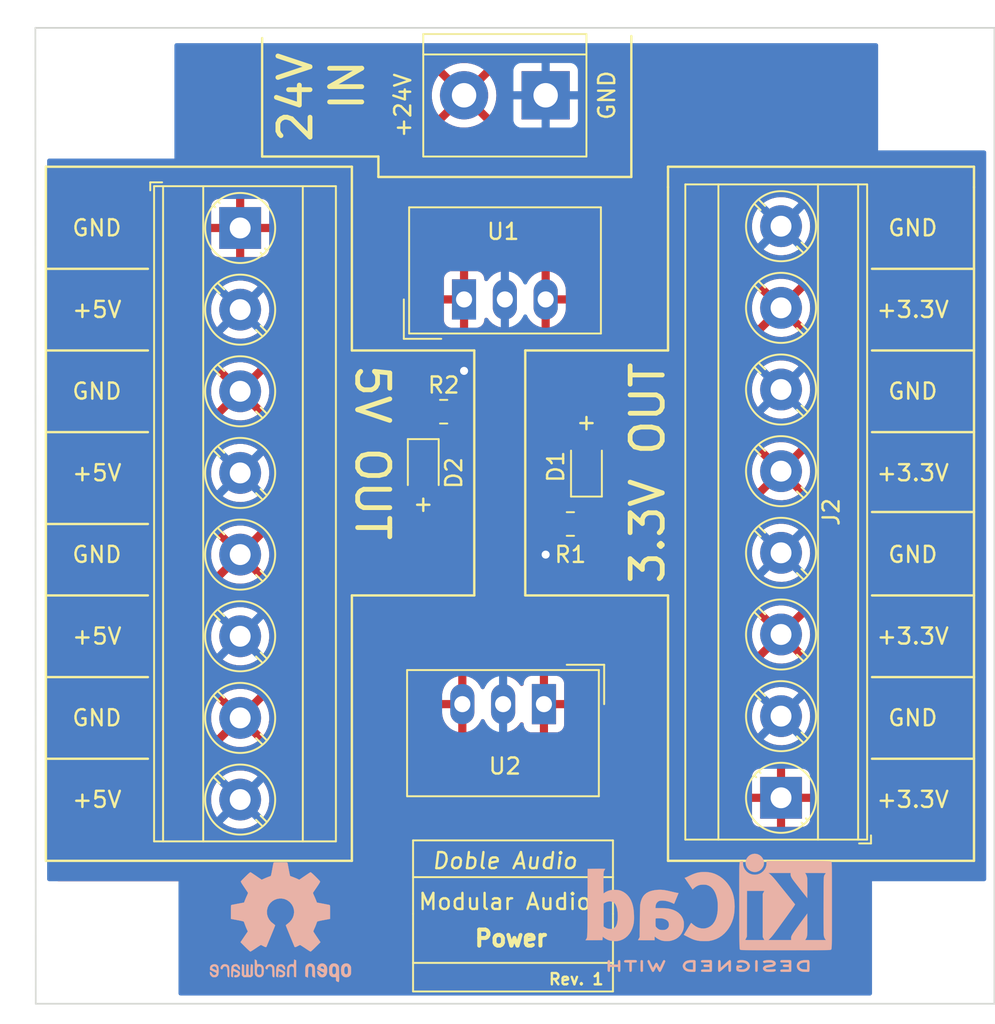
<source format=kicad_pcb>
(kicad_pcb (version 20211014) (generator pcbnew)
  (layers (0 "F.Cu" signal) (31 "B.Cu" signal) (34 "B.Paste" user) (35 "F.Paste" user) (36 "B.SilkS" user "B.Silkscreen") (37 "F.SilkS" user "F.Silkscreen") (38 "B.Mask" user) (39 "F.Mask" user) (44 "Edge.Cuts" user))
  (net 0 "")
  (net 1 "Net-(D1-Pad1)")
  (net 2 "3.3V")
  (net 3 "Net-(D2-Pad1)")
  (net 4 "+5V")
  (net 5 "GND")
  (net 6 "+24V")
  (footprint "MountingHole:MountingHole_3.2mm_M3_DIN965" (layer "F.Cu") (at 38 89)
    (fp_text reference "REF**" hide)
    (fp_text value "MountingHole_3.2mm_M3_DIN965" hide)
    (pad "" np_thru_hole circle (at 0 0) (size 3.2 3.2) (drill 3.2) (layers *.Cu *.Mask))
  )
  (footprint "Resistor_SMD:R_0805_2012Metric_Pad1.20x1.40mm_HandSolder" (layer "F.Cu") (at 66.31 62.865 180)
    (fp_text reference "R1" (at 0 -1.905 180) (layer "F.SilkS"))
    (fp_text value "1K")
    (pad "1" smd roundrect (at -1 0 180) (size 1.2 1.4) (layers "F.Cu" "F.Paste" "F.Mask") (roundrect_rratio 0.208333) (net 1 "Net-(D1-Pad1)"))
    (pad "2" smd roundrect (at 1 0 180) (size 1.2 1.4) (layers "F.Cu" "F.Paste" "F.Mask") (roundrect_rratio 0.208333) (net 5 "GND"))
  )
  (footprint "Converter_DCDC:Converter_DCDC_TRACO_TSR-1_THT" (layer "F.Cu") (at 64.6625 74.0725 180)
    (fp_text reference "U2" (at 2.4325 -3.8608) (layer "F.SilkS"))
    (fp_text value "TSR_1-2450")
    (pad "1" thru_hole rect (at 0 0 180) (size 1.5 2.5) (drill 1) (layers *.Cu *.Mask) (net 6 "+24V"))
    (pad "2" thru_hole oval (at 2.54 0 180) (size 1.5 2.5) (drill 1) (layers *.Cu *.Mask) (net 5 "GND"))
    (pad "3" thru_hole oval (at 5.08 0 180) (size 1.5 2.5) (drill 1) (layers *.Cu *.Mask) (net 4 "+5V"))
  )
  (footprint "MountingHole:MountingHole_3.2mm_M3_DIN965" (layer "F.Cu") (at 89 89)
    (fp_text reference "REF**" hide)
    (fp_text value "MountingHole_3.2mm_M3_DIN965" hide)
    (pad "" np_thru_hole circle (at 0 0) (size 3.2 3.2) (drill 3.2) (layers *.Cu *.Mask))
  )
  (footprint "Converter_DCDC:Converter_DCDC_TRACO_TSR-1_THT" (layer "F.Cu") (at 59.69 48.895)
    (fp_text reference "U1" (at 2.4325 -4.2225) (layer "F.SilkS"))
    (fp_text value "TSR_1-2433")
    (pad "1" thru_hole rect (at 0 0) (size 1.5 2.5) (drill 1) (layers *.Cu *.Mask) (net 6 "+24V"))
    (pad "2" thru_hole oval (at 2.54 0) (size 1.5 2.5) (drill 1) (layers *.Cu *.Mask) (net 5 "GND"))
    (pad "3" thru_hole oval (at 5.08 0) (size 1.5 2.5) (drill 1) (layers *.Cu *.Mask) (net 2 "3.3V"))
  )
  (footprint "MountingHole:MountingHole_3.2mm_M3_DIN965" (layer "F.Cu") (at 38 36)
    (fp_text reference "REF**" hide)
    (fp_text value "MountingHole_3.2mm_M3_DIN965" hide)
    (pad "" np_thru_hole circle (at 0 0) (size 3.2 3.2) (drill 3.2) (layers *.Cu *.Mask))
  )
  (footprint "MountingHole:MountingHole_3.2mm_M3_DIN965" (layer "F.Cu") (at 89 36)
    (fp_text reference "REF**" hide)
    (fp_text value "MountingHole_3.2mm_M3_DIN965" hide)
    (pad "" np_thru_hole circle (at 0 0) (size 3.2 3.2) (drill 3.2) (layers *.Cu *.Mask))
  )
  (footprint "TerminalBlock_Phoenix:TerminalBlock_Phoenix_MKDS-3-8-5.08_1x08_P5.08mm_Horizontal" (layer "F.Cu") (at 45.7502 44.45 -90)
    (fp_text reference "J3" hide)
    (fp_text value "Screw_Terminal_01x08")
    (pad "1" thru_hole rect (at 0 0 270) (size 2.6 2.6) (drill 1.3) (layers *.Cu *.Mask) (net 4 "+5V"))
    (pad "2" thru_hole circle (at 5.08 0 270) (size 2.6 2.6) (drill 1.3) (layers *.Cu *.Mask) (net 5 "GND"))
    (pad "3" thru_hole circle (at 10.16 0 270) (size 2.6 2.6) (drill 1.3) (layers *.Cu *.Mask) (net 4 "+5V"))
    (pad "4" thru_hole circle (at 15.24 0 270) (size 2.6 2.6) (drill 1.3) (layers *.Cu *.Mask) (net 5 "GND"))
    (pad "5" thru_hole circle (at 20.32 0 270) (size 2.6 2.6) (drill 1.3) (layers *.Cu *.Mask) (net 4 "+5V"))
    (pad "6" thru_hole circle (at 25.4 0 270) (size 2.6 2.6) (drill 1.3) (layers *.Cu *.Mask) (net 5 "GND"))
    (pad "7" thru_hole circle (at 30.48 0 270) (size 2.6 2.6) (drill 1.3) (layers *.Cu *.Mask) (net 4 "+5V"))
    (pad "8" thru_hole circle (at 35.56 0 270) (size 2.6 2.6) (drill 1.3) (layers *.Cu *.Mask) (net 5 "GND"))
  )
  (footprint "LED_SMD:LED_0805_2012Metric_Pad1.15x1.40mm_HandSolder" (layer "F.Cu") (at 57.15 59.444999 -90)
    (fp_text reference "D2" (at 0.245001 -1.905 90) (layer "F.SilkS"))
    (fp_text value "LED_BLUE")
    (pad "1" smd roundrect (at -1.025 0 270) (size 1.15 1.4) (layers "F.Cu" "F.Paste" "F.Mask") (roundrect_rratio 0.217391) (net 3 "Net-(D2-Pad1)"))
    (pad "2" smd roundrect (at 1.025 0 270) (size 1.15 1.4) (layers "F.Cu" "F.Paste" "F.Mask") (roundrect_rratio 0.217391) (net 4 "+5V"))
  )
  (footprint "LED_SMD:LED_0805_2012Metric_Pad1.15x1.40mm_HandSolder" (layer "F.Cu") (at 67.31 59.3 90)
    (fp_text reference "D1" (at 0 -1.905 90) (layer "F.SilkS"))
    (fp_text value "LED_RED")
    (pad "1" smd roundrect (at -1.025 0 90) (size 1.15 1.4) (layers "F.Cu" "F.Paste" "F.Mask") (roundrect_rratio 0.217391) (net 1 "Net-(D1-Pad1)"))
    (pad "2" smd roundrect (at 1.025 0 90) (size 1.15 1.4) (layers "F.Cu" "F.Paste" "F.Mask") (roundrect_rratio 0.217391) (net 2 "3.3V"))
  )
  (footprint "Resistor_SMD:R_0805_2012Metric_Pad1.20x1.40mm_HandSolder" (layer "F.Cu") (at 58.42 55.88)
    (fp_text reference "R2" (at 0 -1.65) (layer "F.SilkS"))
    (fp_text value "1K")
    (pad "1" smd roundrect (at -1 0) (size 1.2 1.4) (layers "F.Cu" "F.Paste" "F.Mask") (roundrect_rratio 0.208333) (net 3 "Net-(D2-Pad1)"))
    (pad "2" smd roundrect (at 1 0) (size 1.2 1.4) (layers "F.Cu" "F.Paste" "F.Mask") (roundrect_rratio 0.208333) (net 5 "GND"))
  )
  (footprint "TerminalBlock_Phoenix:TerminalBlock_Phoenix_MKDS-3-8-5.08_1x08_P5.08mm_Horizontal" (layer "F.Cu") (at 79.4258 79.899401 90)
    (fp_text reference "J2" (at 17.78 3.1242 90) (layer "F.SilkS"))
    (fp_text value "Screw_Terminal_01x08")
    (pad "1" thru_hole rect (at 0 0 90) (size 2.6 2.6) (drill 1.3) (layers *.Cu *.Mask) (net 2 "3.3V"))
    (pad "2" thru_hole circle (at 5.08 0 90) (size 2.6 2.6) (drill 1.3) (layers *.Cu *.Mask) (net 5 "GND"))
    (pad "3" thru_hole circle (at 10.16 0 90) (size 2.6 2.6) (drill 1.3) (layers *.Cu *.Mask) (net 2 "3.3V"))
    (pad "4" thru_hole circle (at 15.24 0 90) (size 2.6 2.6) (drill 1.3) (layers *.Cu *.Mask) (net 5 "GND"))
    (pad "5" thru_hole circle (at 20.32 0 90) (size 2.6 2.6) (drill 1.3) (layers *.Cu *.Mask) (net 2 "3.3V"))
    (pad "6" thru_hole circle (at 25.4 0 90) (size 2.6 2.6) (drill 1.3) (layers *.Cu *.Mask) (net 5 "GND"))
    (pad "7" thru_hole circle (at 30.48 0 90) (size 2.6 2.6) (drill 1.3) (layers *.Cu *.Mask) (net 2 "3.3V"))
    (pad "8" thru_hole circle (at 35.56 0 90) (size 2.6 2.6) (drill 1.3) (layers *.Cu *.Mask) (net 5 "GND"))
  )
  (footprint "TerminalBlock:TerminalBlock_bornier-2_P5.08mm" (layer "F.Cu") (at 64.77 36.195 180)
    (fp_text reference "J1" hide)
    (fp_text value "Screw_Terminal_01x02")
    (pad "1" thru_hole rect (at 0 0 180) (size 3 3) (drill 1.52) (layers *.Cu *.Mask) (net 5 "GND"))
    (pad "2" thru_hole circle (at 5.08 0 180) (size 3 3) (drill 1.52) (layers *.Cu *.Mask) (net 6 "+24V"))
  )
  (footprint "Symbol:KiCad-Logo2_6mm_SilkScreen" (layer "B.Cu") (at 74.93 86.36 180)
    (fp_text reference "REF**" hide)
    (fp_text value "KiCad-Logo2_6mm_SilkScreen" hide)
  )
  (footprint "Symbol:OSHW-Logo2_9.8x8mm_SilkScreen" (layer "B.Cu") (at 48.26 87.63 180)
    (fp_text reference "REF**" hide)
    (fp_text value "OSHW-Logo2_9.8x8mm_SilkScreen" hide)
  )
  (gr_line (start 56.515 87.122) (end 56.515 90.17) (layer "F.SilkS") (width 0.12))
  (gr_line (start 52.705 40.64) (end 52.705 52.07) (layer "F.SilkS") (width 0.15))
  (gr_line (start 33.655 67.31) (end 40.005 67.31) (layer "F.SilkS") (width 0.15))
  (gr_line (start 68.961 82.55) (end 68.961 87.122) (layer "F.SilkS") (width 0.12))
  (gr_line (start 91.44 83.82) (end 91.44 41.91) (layer "F.SilkS") (width 0.15))
  (gr_line (start 63.5 52.07) (end 72.39 52.07) (layer "F.SilkS") (width 0.15))
  (gr_line (start 91.44 40.64) (end 72.39 40.64) (layer "F.SilkS") (width 0.15))
  (gr_line (start 33.655 40.64) (end 52.705 40.64) (layer "F.SilkS") (width 0.15))
  (gr_line (start 33.655 77.47) (end 40.005 77.47) (layer "F.SilkS") (width 0.15))
  (gr_line (start 52.705 67.31) (end 60.325 67.31) (layer "F.SilkS") (width 0.15))
  (gr_line (start 33.655 72.39) (end 40.004999 72.39) (layer "F.SilkS") (width 0.15))
  (gr_line (start 60.325 52.069999) (end 52.705 52.07) (layer "F.SilkS") (width 0.15))
  (gr_line (start 52.705 83.82) (end 33.655 83.82) (layer "F.SilkS") (width 0.15))
  (gr_line (start 33.655 52.07) (end 40.005 52.07) (layer "F.SilkS") (width 0.15))
  (gr_line (start 47.117 32.639) (end 47.117 40.005) (layer "F.SilkS") (width 0.15))
  (gr_line (start 85.09 46.99) (end 91.44 46.99) (layer "F.SilkS") (width 0.15))
  (gr_line (start 52.705 83.82) (end 52.705 67.31) (layer "F.SilkS") (width 0.15))
  (gr_line (start 54.356 40.005) (end 54.356 41.275) (layer "F.SilkS") (width 0.15))
  (gr_line (start 68.961 90.17) (end 68.961 87.122) (layer "F.SilkS") (width 0.12))
  (gr_line (start 63.5 67.31) (end 63.5 52.07) (layer "F.SilkS") (width 0.15))
  (gr_line (start 54.356 41.275) (end 70.104 41.275) (layer "F.SilkS") (width 0.15))
  (gr_line (start 70.104 41.275) (end 70.104 32.512) (layer "F.SilkS") (width 0.15))
  (gr_line (start 68.961 91.948) (end 68.961 90.17) (layer "F.SilkS") (width 0.12))
  (gr_line (start 60.325 52.069999) (end 60.325 67.31) (layer "F.SilkS") (width 0.15))
  (gr_line (start 85.09 52.07) (end 91.44 52.07) (layer "F.SilkS") (width 0.15))
  (gr_line (start 85.09 77.47) (end 91.44 77.47) (layer "F.SilkS") (width 0.15))
  (gr_line (start 56.515 90.17) (end 56.515 91.948) (layer "F.SilkS") (width 0.12))
  (gr_line (start 72.39 40.64) (end 72.39 41.91) (layer "F.SilkS") (width 0.15))
  (gr_line (start 33.655 57.15) (end 40.005 57.15) (layer "F.SilkS") (width 0.15))
  (gr_line (start 85.09 57.15) (end 91.44 57.15) (layer "F.SilkS") (width 0.15))
  (gr_line (start 33.655 83.82) (end 33.655 41.91) (layer "F.SilkS") (width 0.15))
  (gr_line (start 72.39 67.31) (end 63.5 67.31) (layer "F.SilkS") (width 0.15))
  (gr_line (start 85.09 67.31) (end 91.44 67.31) (layer "F.SilkS") (width 0.15))
  (gr_line (start 91.44 41.91) (end 91.44 40.64) (layer "F.SilkS") (width 0.15))
  (gr_line (start 56.515 82.55) (end 68.961 82.55) (layer "F.SilkS") (width 0.12))
  (gr_line (start 56.515 87.122) (end 56.515 82.55) (layer "F.SilkS") (width 0.12))
  (gr_line (start 72.39 52.07) (end 72.39 41.91) (layer "F.SilkS") (width 0.15))
  (gr_line (start 85.09 62.119401) (end 91.44 62.119401) (layer "F.SilkS") (width 0.15))
  (gr_line (start 33.655 62.865) (end 40.004999 62.865) (layer "F.SilkS") (width 0.15))
  (gr_line (start 33.655 46.99) (end 40.005 46.99) (layer "F.SilkS") (width 0.15))
  (gr_line (start 56.515 91.948) (end 68.961 91.948) (layer "F.SilkS") (width 0.12))
  (gr_line (start 47.117 40.005) (end 54.356 40.005) (layer "F.SilkS") (width 0.15))
  (gr_line (start 68.961 84.836) (end 56.515 84.836) (layer "F.SilkS") (width 0.12))
  (gr_line (start 72.39 83.82) (end 91.44 83.82) (layer "F.SilkS") (width 0.15))
  (gr_line (start 72.39 83.82) (end 72.39 67.31) (layer "F.SilkS") (width 0.15))
  (gr_line (start 85.09 72.39) (end 91.44 72.39) (layer "F.SilkS") (width 0.15))
  (gr_line (start 33.655 41.91) (end 33.655 40.64) (layer "F.SilkS") (width 0.15))
  (gr_line (start 56.515 90.17) (end 68.961 90.17) (layer "F.SilkS") (width 0.12))
  (gr_line (start 92.71 92.71) (end 92.71 32) (layer "Edge.Cuts") (width 0.1))
  (gr_line (start 92.71 92.71) (end 33.02 92.71) (layer "Edge.Cuts") (width 0.1))
  (gr_line (start 33.02 92.71) (end 33 32) (layer "Edge.Cuts") (width 0.1))
  (gr_line (start 33 32) (end 92.71 32) (layer "Edge.Cuts") (width 0.1))
  (gr_text "Modular Audio" (at 62.23 86.36) (layer "F.SilkS") (effects (font (size 1 1))))
  (gr_text "+" (at 57.15 61.595) (layer "F.SilkS") (effects (font (size 1 1))))
  (gr_text "5V OUT\n" (at 53.975 58.42 270) (layer "F.SilkS") (effects (font (size 2 2) (thickness 0.3))))
  (gr_text "24V \nIN" (at 50.8 35.56 90) (layer "F.SilkS") (effects (font (size 2 2) (thickness 0.3))))
  (gr_text "GND" (at 87.63 54.61) (layer "F.SilkS") (effects (font (size 1 1))))
  (gr_text "+5V" (at 36.83 69.85) (layer "F.SilkS") (effects (font (size 1 1))))
  (gr_text "+3.3V" (at 87.63 59.69) (layer "F.SilkS") (effects (font (size 1 1))))
  (gr_text "+" (at 67.31 56.515) (layer "F.SilkS") (effects (font (size 1 1))))
  (gr_text "+24V" (at 55.88 36.83 90) (layer "F.SilkS") (effects (font (size 1 1))))
  (gr_text "Power" (at 62.611 88.646001) (layer "F.SilkS") (effects (font (size 1 1) (thickness 0.25))))
  (gr_text "+3.3V" (at 87.63 49.53) (layer "F.SilkS") (effects (font (size 1 1))))
  (gr_text "+3.3V" (at 87.63 80.01) (layer "F.SilkS") (effects (font (size 1 1))))
  (gr_text "+5V" (at 36.83 80.01) (layer "F.SilkS") (effects (font (size 1 1))))
  (gr_text "GND" (at 68.58 36.195 90) (layer "F.SilkS") (effects (font (size 1 1))))
  (gr_text "3.3V OUT" (at 71.12 59.69 90) (layer "F.SilkS") (effects (font (size 2 2) (thickness 0.3))))
  (gr_text "GND" (at 36.83 44.450001) (layer "F.SilkS") (effects (font (size 1 1))))
  (gr_text "+5V" (at 36.830001 49.530001) (layer "F.SilkS") (effects (font (size 1 1))))
  (gr_text "GND" (at 87.63 64.77) (layer "F.SilkS") (effects (font (size 1 1))))
  (gr_text "GND" (at 87.63 74.93) (layer "F.SilkS") (effects (font (size 1 1))))
  (gr_text "Doble Audio" (at 62.23 83.82) (layer "F.SilkS") (effects (font (size 1 1) (thickness 0.15) italic)))
  (gr_text "+5V" (at 36.83 59.690001) (layer "F.SilkS") (effects (font (size 1 1))))
  (gr_text "Rev. 1" (at 66.675 91.186) (layer "F.SilkS") (effects (font (size 0.7 0.7))))
  (gr_text "+3.3V" (at 87.63 69.85) (layer "F.SilkS") (effects (font (size 1 1))))
  (gr_text "GND" (at 36.83 54.610001) (layer "F.SilkS") (effects (font (size 1 1))))
  (gr_text "GND" (at 87.63 44.45) (layer "F.SilkS") (effects (font (size 1 1))))
  (gr_text "GND" (at 36.83 74.93) (layer "F.SilkS") (effects (font (size 1 1))))
  (gr_text "GND" (at 36.83 64.77) (layer "F.SilkS") (effects (font (size 1 1))))
  (segment (start 67.31 60.325) (end 67.31 62.865) (width 0.25) (layer "F.Cu") (net 1))
  (segment (start 57.42 55.88) (end 57.42 58.149999) (width 0.25) (layer "F.Cu") (net 3))
  (segment (start 57.42 58.149999) (end 57.15 58.419999) (width 0.25) (layer "F.Cu") (net 3))
  (segment (start 59.42 55.88) (end 59.42 53.61) (width 0.6) (layer "F.Cu") (net 5))
  (segment (start 59.42 53.61) (end 59.69 53.34) (width 0.6) (layer "F.Cu") (net 5))
  (segment (start 65.31 64.23) (end 64.77 64.77) (width 0.6) (layer "F.Cu") (net 5))
  (segment (start 65.31 62.865) (end 65.31 64.23) (width 0.6) (layer "F.Cu") (net 5))
  (via (at 59.69 53.34) (size 1) (drill 0.5) (layers "F.Cu" "B.Cu") (net 5))
  (via (at 64.77 64.77) (size 1) (drill 0.5) (layers "F.Cu" "B.Cu") (net 5))
  (zone (net 0) (net_name "") (layers F&B.Cu) (connect_pads (clearance 0)) (min_thickness 0.254)
    (keepout (tracks not_allowed) (vias allowed) (pads allowed) (copperpour not_allowed) (footprints allowed))
    (fill (thermal_gap 0.508) (thermal_bridge_width 0.508))
    (polygon (pts (xy 92.71 93.98) (xy 85.09 93.98) (xy 85.09 85.09) (xy 92.71 85.09)))
  )
  (zone (net 0) (net_name "") (layers F&B.Cu) (connect_pads (clearance 0)) (min_thickness 0.254)
    (keepout (tracks not_allowed) (vias allowed) (pads allowed) (copperpour not_allowed) (footprints allowed))
    (fill (thermal_gap 0.508) (thermal_bridge_width 0.508))
    (polygon (pts (xy 41.91 93.98) (xy 33.02 93.98) (xy 33.02 85.09) (xy 41.91 85.09)))
  )
  (zone (net 6) (net_name "+24V") (layer "F.Cu") (connect_pads (clearance 0.508)) (min_thickness 0.254) (fill yes (thermal_gap 0.508) (thermal_bridge_width 0.508))
    (polygon (pts (xy 62.23 52.07) (xy 54.61 52.07) (xy 54.61 33.02) (xy 62.23 33.02)))
  )
  (zone (net 4) (net_name "+5V") (layer "F.Cu") (connect_pads (clearance 0.508)) (min_thickness 0.254) (fill yes (thermal_gap 0.508) (thermal_bridge_width 0.508))
    (polygon (pts (xy 53.34 53.34) (xy 58.42 53.34) (xy 58.42 71.12) (xy 61.087 71.12) (xy 61.087 85.09) (xy 34.29 85.09) (xy 34.29 40.64) (xy 53.34 40.64)))
  )
  (zone (net 6) (net_name "+24V") (layer "F.Cu") (connect_pads (clearance 0)) (min_thickness 0.254) (fill yes (thermal_gap 0.508) (thermal_bridge_width 0.508))
    (polygon (pts (xy 62.23 66.04) (xy 71.12 66.04) (xy 71.12 77.47) (xy 62.23 77.47) (xy 62.23 69.85) (xy 59.69 69.85) (xy 59.69 52.07) (xy 62.23 52.07)))
  )
  (zone (net 0) (net_name "") (layers F&B.Cu) (connect_pads (clearance 0)) (min_thickness 0.254)
    (keepout (tracks not_allowed) (vias allowed) (pads allowed) (copperpour not_allowed) (footprints allowed))
    (fill (thermal_gap 0.508) (thermal_bridge_width 0.508))
    (polygon (pts (xy 41.656 40.132) (xy 33.02 40.132) (xy 33.02 32.385) (xy 41.656 32.385)))
  )
  (zone (net 0) (net_name "") (layers F&B.Cu) (connect_pads (clearance 0)) (min_thickness 0.254)
    (keepout (tracks not_allowed) (vias allowed) (pads allowed) (copperpour not_allowed) (footprints allowed))
    (fill (thermal_gap 0.508) (thermal_bridge_width 0.508))
    (polygon (pts (xy 92.456 39.624) (xy 85.471 39.624) (xy 85.471 32.131) (xy 92.456 32.131)))
  )
  (zone (net 2) (net_name "3.3V") (layer "F.Cu") (connect_pads (clearance 0.508)) (min_thickness 0.254) (fill yes (thermal_gap 0.508) (thermal_bridge_width 0.508))
    (polygon (pts (xy 90.17 83.82) (xy 72.39 83.82) (xy 72.39 64.77) (xy 66.04 64.77) (xy 66.04 52.07) (xy 63.5 52.07) (xy 63.5 40.64) (xy 90.17 40.64)))
  )
  (zone (net 5) (net_name "GND") (layer "B.Cu") (connect_pads (clearance 0.508)) (min_thickness 0.254) (fill yes (thermal_gap 0.508) (thermal_bridge_width 0.508))
    (polygon (pts (xy 92.3036 92.6244) (xy 33.7312 92.6244) (xy 33.7312 32.9532) (xy 92.3036 32.9532)))
  )
)
</source>
